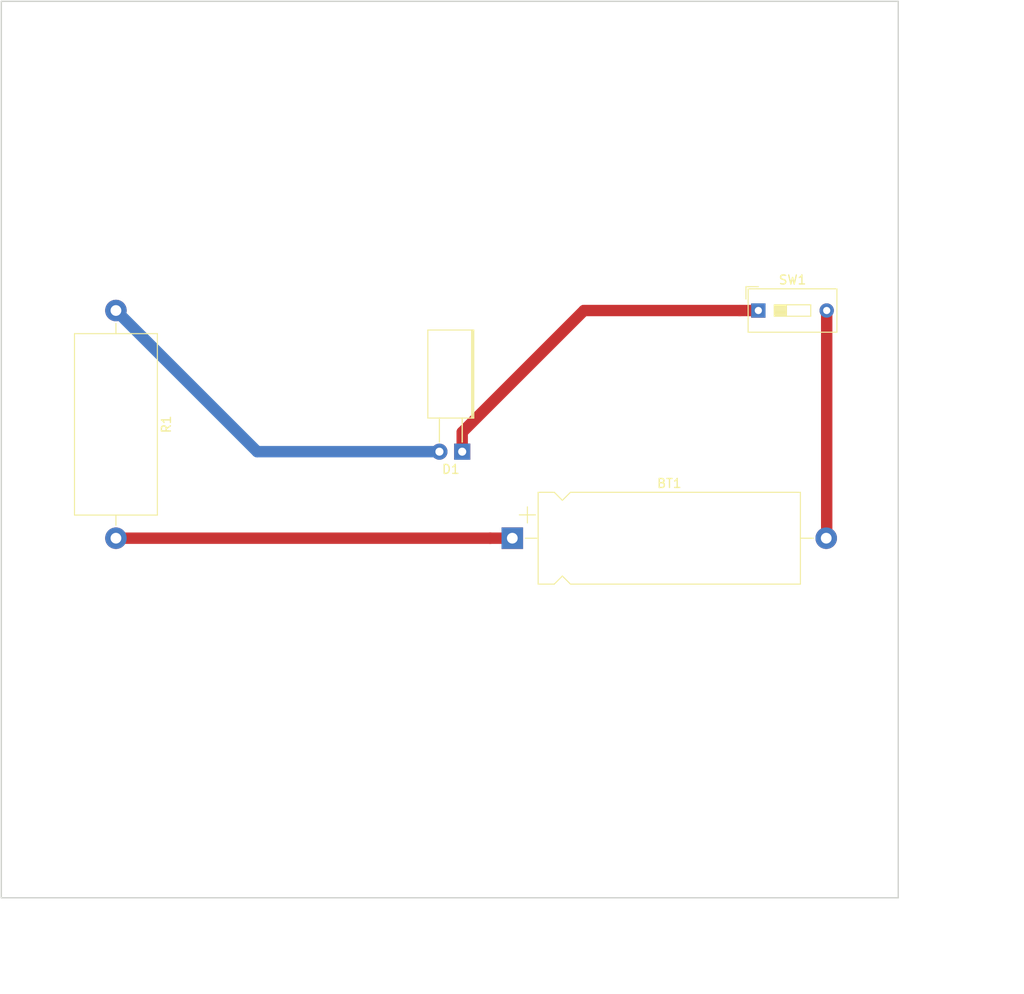
<source format=kicad_pcb>
(kicad_pcb (version 20171130) (host pcbnew 5.0.0+dfsg1-2)

  (general
    (thickness 1.6)
    (drawings 6)
    (tracks 10)
    (zones 0)
    (modules 4)
    (nets 5)
  )

  (page A4)
  (layers
    (0 F.Cu signal)
    (31 B.Cu signal)
    (32 B.Adhes user)
    (33 F.Adhes user)
    (34 B.Paste user)
    (35 F.Paste user)
    (36 B.SilkS user)
    (37 F.SilkS user)
    (38 B.Mask user)
    (39 F.Mask user)
    (40 Dwgs.User user)
    (41 Cmts.User user)
    (42 Eco1.User user)
    (43 Eco2.User user)
    (44 Edge.Cuts user)
    (45 Margin user)
    (46 B.CrtYd user)
    (47 F.CrtYd user)
    (48 B.Fab user)
    (49 F.Fab user)
  )

  (setup
    (last_trace_width 1.27)
    (user_trace_width 1.016)
    (user_trace_width 1.27)
    (trace_clearance 0.2)
    (zone_clearance 0.508)
    (zone_45_only no)
    (trace_min 0.2)
    (segment_width 0.2)
    (edge_width 0.15)
    (via_size 0.8)
    (via_drill 0.4)
    (via_min_size 0.4)
    (via_min_drill 0.3)
    (uvia_size 0.3)
    (uvia_drill 0.1)
    (uvias_allowed no)
    (uvia_min_size 0.2)
    (uvia_min_drill 0.1)
    (pcb_text_width 0.3)
    (pcb_text_size 1.5 1.5)
    (mod_edge_width 0.15)
    (mod_text_size 1 1)
    (mod_text_width 0.15)
    (pad_size 1.524 1.524)
    (pad_drill 0.762)
    (pad_to_mask_clearance 0.2)
    (aux_axis_origin 0 0)
    (visible_elements FFFFFF7F)
    (pcbplotparams
      (layerselection 0x010f0_ffffffff)
      (usegerberextensions false)
      (usegerberattributes false)
      (usegerberadvancedattributes false)
      (creategerberjobfile false)
      (excludeedgelayer true)
      (linewidth 0.100000)
      (plotframeref false)
      (viasonmask false)
      (mode 1)
      (useauxorigin false)
      (hpglpennumber 1)
      (hpglpenspeed 20)
      (hpglpendiameter 15.000000)
      (psnegative false)
      (psa4output false)
      (plotreference true)
      (plotvalue true)
      (plotinvisibletext false)
      (padsonsilk false)
      (subtractmaskfromsilk false)
      (outputformat 1)
      (mirror false)
      (drillshape 0)
      (scaleselection 1)
      (outputdirectory "TEST2/"))
  )

  (net 0 "")
  (net 1 "Net-(BT1-Pad1)")
  (net 2 "Net-(BT1-Pad2)")
  (net 3 "Net-(D1-Pad1)")
  (net 4 "Net-(D1-Pad2)")

  (net_class Default "これはデフォルトのネット クラスです。"
    (clearance 0.2)
    (trace_width 0.25)
    (via_dia 0.8)
    (via_drill 0.4)
    (uvia_dia 0.3)
    (uvia_drill 0.1)
    (add_net "Net-(BT1-Pad1)")
    (add_net "Net-(BT1-Pad2)")
    (add_net "Net-(D1-Pad1)")
    (add_net "Net-(D1-Pad2)")
  )

  (module Capacitor_THT:CP_Axial_L29.0mm_D10.0mm_P35.00mm_Horizontal (layer F.Cu) (tedit 5AE50EF2) (tstamp 5C37A6EB)
    (at 156.972 109.888)
    (descr "CP, Axial series, Axial, Horizontal, pin pitch=35mm, , length*diameter=29*10mm^2, Electrolytic Capacitor, , http://www.kemet.com/Lists/ProductCatalog/Attachments/424/KEM_AC102.pdf")
    (tags "CP Axial series Axial Horizontal pin pitch 35mm  length 29mm diameter 10mm Electrolytic Capacitor")
    (path /5C2B6A04)
    (fp_text reference BT1 (at 17.5 -6.12) (layer F.SilkS)
      (effects (font (size 1 1) (thickness 0.15)))
    )
    (fp_text value Battery (at 17.5 6.12) (layer F.Fab)
      (effects (font (size 1 1) (thickness 0.15)))
    )
    (fp_line (start 3 -5) (end 3 5) (layer F.Fab) (width 0.1))
    (fp_line (start 32 -5) (end 32 5) (layer F.Fab) (width 0.1))
    (fp_line (start 3 -5) (end 4.68 -5) (layer F.Fab) (width 0.1))
    (fp_line (start 4.68 -5) (end 5.58 -4.1) (layer F.Fab) (width 0.1))
    (fp_line (start 5.58 -4.1) (end 6.48 -5) (layer F.Fab) (width 0.1))
    (fp_line (start 6.48 -5) (end 32 -5) (layer F.Fab) (width 0.1))
    (fp_line (start 3 5) (end 4.68 5) (layer F.Fab) (width 0.1))
    (fp_line (start 4.68 5) (end 5.58 4.1) (layer F.Fab) (width 0.1))
    (fp_line (start 5.58 4.1) (end 6.48 5) (layer F.Fab) (width 0.1))
    (fp_line (start 6.48 5) (end 32 5) (layer F.Fab) (width 0.1))
    (fp_line (start 0 0) (end 3 0) (layer F.Fab) (width 0.1))
    (fp_line (start 35 0) (end 32 0) (layer F.Fab) (width 0.1))
    (fp_line (start 4.7 0) (end 6.5 0) (layer F.Fab) (width 0.1))
    (fp_line (start 5.6 -0.9) (end 5.6 0.9) (layer F.Fab) (width 0.1))
    (fp_line (start 0.78 -2.6) (end 2.58 -2.6) (layer F.SilkS) (width 0.12))
    (fp_line (start 1.68 -3.5) (end 1.68 -1.7) (layer F.SilkS) (width 0.12))
    (fp_line (start 2.88 -5.12) (end 2.88 5.12) (layer F.SilkS) (width 0.12))
    (fp_line (start 32.12 -5.12) (end 32.12 5.12) (layer F.SilkS) (width 0.12))
    (fp_line (start 2.88 -5.12) (end 4.68 -5.12) (layer F.SilkS) (width 0.12))
    (fp_line (start 4.68 -5.12) (end 5.58 -4.22) (layer F.SilkS) (width 0.12))
    (fp_line (start 5.58 -4.22) (end 6.48 -5.12) (layer F.SilkS) (width 0.12))
    (fp_line (start 6.48 -5.12) (end 32.12 -5.12) (layer F.SilkS) (width 0.12))
    (fp_line (start 2.88 5.12) (end 4.68 5.12) (layer F.SilkS) (width 0.12))
    (fp_line (start 4.68 5.12) (end 5.58 4.22) (layer F.SilkS) (width 0.12))
    (fp_line (start 5.58 4.22) (end 6.48 5.12) (layer F.SilkS) (width 0.12))
    (fp_line (start 6.48 5.12) (end 32.12 5.12) (layer F.SilkS) (width 0.12))
    (fp_line (start 1.44 0) (end 2.88 0) (layer F.SilkS) (width 0.12))
    (fp_line (start 33.56 0) (end 32.12 0) (layer F.SilkS) (width 0.12))
    (fp_line (start -1.45 -5.25) (end -1.45 5.25) (layer F.CrtYd) (width 0.05))
    (fp_line (start -1.45 5.25) (end 36.45 5.25) (layer F.CrtYd) (width 0.05))
    (fp_line (start 36.45 5.25) (end 36.45 -5.25) (layer F.CrtYd) (width 0.05))
    (fp_line (start 36.45 -5.25) (end -1.45 -5.25) (layer F.CrtYd) (width 0.05))
    (fp_text user %R (at 17.5 0) (layer F.Fab)
      (effects (font (size 1 1) (thickness 0.15)))
    )
    (pad 1 thru_hole rect (at 0 0) (size 2.4 2.4) (drill 1.2) (layers *.Cu *.Mask)
      (net 1 "Net-(BT1-Pad1)"))
    (pad 2 thru_hole oval (at 35 0) (size 2.4 2.4) (drill 1.2) (layers *.Cu *.Mask)
      (net 2 "Net-(BT1-Pad2)"))
    (model ${KISYS3DMOD}/Capacitor_THT.3dshapes/CP_Axial_L29.0mm_D10.0mm_P35.00mm_Horizontal.wrl
      (at (xyz 0 0 0))
      (scale (xyz 1 1 1))
      (rotate (xyz 0 0 0))
    )
  )

  (module LED_THT:LED_Rectangular_W5.0mm_H2.0mm_Horizontal_O3.81mm_Z5.0mm (layer F.Cu) (tedit 5880A863) (tstamp 5C37A70F)
    (at 151.384 100.236 180)
    (descr "LED_Rectangular, Rectangular,  Rectangular size 5.0x2.0mm^2 z-position of LED center 1.0mm, 2 pins,  Rectangular size 5.0x2.0mm^2 z-position of LED center 1.0mm, 2 pins,  Rectangular size 5.0x2.0mm^2 z-position of LED center 1.0mm, 2 pins,  Rectangular size 5.0x2.0mm^2 z-position of LED center 3.0mm, 2 pins,  Rectangular size 5.0x2.0mm^2 z-position of LED center 3.0mm, 2 pins,  Rectangular size 5.0x2.0mm^2 z-position of LED center 3.0mm, 2 pins,  Rectangular size 5.0x2.0mm^2 z-position of LED center 5.0mm, 2 pins,  Rectangular size 5.0x2.0mm^2 z-position of LED center 5.0mm, 2 pins")
    (tags "LED_Rectangular Rectangular  Rectangular size 5.0x2.0mm^2 z-position of LED center 1.0mm 2 pins  Rectangular size 5.0x2.0mm^2 z-position of LED center 1.0mm 2 pins  Rectangular size 5.0x2.0mm^2 z-position of LED center 1.0mm 2 pins  Rectangular size 5.0x2.0mm^2 z-position of LED center 3.0mm 2 pins  Rectangular size 5.0x2.0mm^2 z-position of LED center 3.0mm 2 pins  Rectangular size 5.0x2.0mm^2 z-position of LED center 3.0mm 2 pins  Rectangular size 5.0x2.0mm^2 z-position of LED center 5.0mm 2 pins  Rectangular size 5.0x2.0mm^2 z-position of LED center 5.0mm 2 pins")
    (path /5C2B6854)
    (fp_text reference D1 (at 1.27 -1.96 180) (layer F.SilkS)
      (effects (font (size 1 1) (thickness 0.15)))
    )
    (fp_text value LED (at 1.27 14.57 180) (layer F.Fab)
      (effects (font (size 1 1) (thickness 0.15)))
    )
    (fp_line (start -1.23 3.81) (end -1.23 13.51) (layer F.Fab) (width 0.1))
    (fp_line (start -1.23 13.51) (end 3.77 13.51) (layer F.Fab) (width 0.1))
    (fp_line (start 3.77 13.51) (end 3.77 3.81) (layer F.Fab) (width 0.1))
    (fp_line (start 3.77 3.81) (end -1.23 3.81) (layer F.Fab) (width 0.1))
    (fp_line (start 0 0) (end 0 3.81) (layer F.Fab) (width 0.1))
    (fp_line (start 0 3.81) (end 0 3.81) (layer F.Fab) (width 0.1))
    (fp_line (start 0 3.81) (end 0 0) (layer F.Fab) (width 0.1))
    (fp_line (start 0 0) (end 0 0) (layer F.Fab) (width 0.1))
    (fp_line (start 2.54 0) (end 2.54 3.81) (layer F.Fab) (width 0.1))
    (fp_line (start 2.54 3.81) (end 2.54 3.81) (layer F.Fab) (width 0.1))
    (fp_line (start 2.54 3.81) (end 2.54 0) (layer F.Fab) (width 0.1))
    (fp_line (start 2.54 0) (end 2.54 0) (layer F.Fab) (width 0.1))
    (fp_line (start -1.29 3.75) (end -1.29 13.57) (layer F.SilkS) (width 0.12))
    (fp_line (start -1.29 13.57) (end 3.83 13.57) (layer F.SilkS) (width 0.12))
    (fp_line (start 3.83 13.57) (end 3.83 3.75) (layer F.SilkS) (width 0.12))
    (fp_line (start 3.83 3.75) (end -1.29 3.75) (layer F.SilkS) (width 0.12))
    (fp_line (start -1.17 3.75) (end -1.17 13.57) (layer F.SilkS) (width 0.12))
    (fp_line (start -1.05 3.75) (end -1.05 13.57) (layer F.SilkS) (width 0.12))
    (fp_line (start 0 1.08) (end 0 3.75) (layer F.SilkS) (width 0.12))
    (fp_line (start 0 3.75) (end 0 3.75) (layer F.SilkS) (width 0.12))
    (fp_line (start 0 3.75) (end 0 1.08) (layer F.SilkS) (width 0.12))
    (fp_line (start 0 1.08) (end 0 1.08) (layer F.SilkS) (width 0.12))
    (fp_line (start 2.54 1.08) (end 2.54 3.75) (layer F.SilkS) (width 0.12))
    (fp_line (start 2.54 3.75) (end 2.54 3.75) (layer F.SilkS) (width 0.12))
    (fp_line (start 2.54 3.75) (end 2.54 1.08) (layer F.SilkS) (width 0.12))
    (fp_line (start 2.54 1.08) (end 2.54 1.08) (layer F.SilkS) (width 0.12))
    (fp_line (start -1.55 -1.25) (end -1.55 13.85) (layer F.CrtYd) (width 0.05))
    (fp_line (start -1.55 13.85) (end 4.1 13.85) (layer F.CrtYd) (width 0.05))
    (fp_line (start 4.1 13.85) (end 4.1 -1.25) (layer F.CrtYd) (width 0.05))
    (fp_line (start 4.1 -1.25) (end -1.55 -1.25) (layer F.CrtYd) (width 0.05))
    (pad 1 thru_hole rect (at 0 0 180) (size 1.8 1.8) (drill 0.9) (layers *.Cu *.Mask)
      (net 3 "Net-(D1-Pad1)"))
    (pad 2 thru_hole circle (at 2.54 0 180) (size 1.8 1.8) (drill 0.9) (layers *.Cu *.Mask)
      (net 4 "Net-(D1-Pad2)"))
    (model ${KISYS3DMOD}/LED_THT.3dshapes/LED_Rectangular_W5.0mm_H2.0mm_Horizontal_O3.81mm_Z5.0mm.wrl
      (at (xyz 0 0 0))
      (scale (xyz 1 1 1))
      (rotate (xyz 0 0 0))
    )
  )

  (module Resistor_THT:R_Axial_DIN0922_L20.0mm_D9.0mm_P25.40mm_Horizontal (layer F.Cu) (tedit 5AE5139B) (tstamp 5C37A726)
    (at 112.776 84.488 270)
    (descr "Resistor, Axial_DIN0922 series, Axial, Horizontal, pin pitch=25.4mm, 5W, length*diameter=20*9mm^2, http://www.vishay.com/docs/20128/wkxwrx.pdf")
    (tags "Resistor Axial_DIN0922 series Axial Horizontal pin pitch 25.4mm 5W length 20mm diameter 9mm")
    (path /5C2B6955)
    (fp_text reference R1 (at 12.7 -5.62 270) (layer F.SilkS)
      (effects (font (size 1 1) (thickness 0.15)))
    )
    (fp_text value 330Ω (at 12.7 5.62 270) (layer F.Fab)
      (effects (font (size 1 1) (thickness 0.15)))
    )
    (fp_line (start 2.7 -4.5) (end 2.7 4.5) (layer F.Fab) (width 0.1))
    (fp_line (start 2.7 4.5) (end 22.7 4.5) (layer F.Fab) (width 0.1))
    (fp_line (start 22.7 4.5) (end 22.7 -4.5) (layer F.Fab) (width 0.1))
    (fp_line (start 22.7 -4.5) (end 2.7 -4.5) (layer F.Fab) (width 0.1))
    (fp_line (start 0 0) (end 2.7 0) (layer F.Fab) (width 0.1))
    (fp_line (start 25.4 0) (end 22.7 0) (layer F.Fab) (width 0.1))
    (fp_line (start 2.58 -4.62) (end 2.58 4.62) (layer F.SilkS) (width 0.12))
    (fp_line (start 2.58 4.62) (end 22.82 4.62) (layer F.SilkS) (width 0.12))
    (fp_line (start 22.82 4.62) (end 22.82 -4.62) (layer F.SilkS) (width 0.12))
    (fp_line (start 22.82 -4.62) (end 2.58 -4.62) (layer F.SilkS) (width 0.12))
    (fp_line (start 1.44 0) (end 2.58 0) (layer F.SilkS) (width 0.12))
    (fp_line (start 23.96 0) (end 22.82 0) (layer F.SilkS) (width 0.12))
    (fp_line (start -1.45 -4.75) (end -1.45 4.75) (layer F.CrtYd) (width 0.05))
    (fp_line (start -1.45 4.75) (end 26.85 4.75) (layer F.CrtYd) (width 0.05))
    (fp_line (start 26.85 4.75) (end 26.85 -4.75) (layer F.CrtYd) (width 0.05))
    (fp_line (start 26.85 -4.75) (end -1.45 -4.75) (layer F.CrtYd) (width 0.05))
    (fp_text user %R (at 12.7 1.184999 270) (layer F.Fab)
      (effects (font (size 1 1) (thickness 0.15)))
    )
    (pad 1 thru_hole circle (at 0 0 270) (size 2.4 2.4) (drill 1.2) (layers *.Cu *.Mask)
      (net 4 "Net-(D1-Pad2)"))
    (pad 2 thru_hole oval (at 25.4 0 270) (size 2.4 2.4) (drill 1.2) (layers *.Cu *.Mask)
      (net 1 "Net-(BT1-Pad1)"))
    (model ${KISYS3DMOD}/Resistor_THT.3dshapes/R_Axial_DIN0922_L20.0mm_D9.0mm_P25.40mm_Horizontal.wrl
      (at (xyz 0 0 0))
      (scale (xyz 1 1 1))
      (rotate (xyz 0 0 0))
    )
  )

  (module Button_Switch_THT:SW_DIP_SPSTx01_Slide_9.78x4.72mm_W7.62mm_P2.54mm (layer F.Cu) (tedit 5A4E1404) (tstamp 5C37A75D)
    (at 184.404 84.488)
    (descr "1x-dip-switch SPST , Slide, row spacing 7.62 mm (300 mils), body size 9.78x4.72mm (see e.g. https://www.ctscorp.com/wp-content/uploads/206-208.pdf)")
    (tags "DIP Switch SPST Slide 7.62mm 300mil")
    (path /5C2B6912)
    (fp_text reference SW1 (at 3.81 -3.42) (layer F.SilkS)
      (effects (font (size 1 1) (thickness 0.15)))
    )
    (fp_text value SW_Push (at 3.81 3.42) (layer F.Fab)
      (effects (font (size 1 1) (thickness 0.15)))
    )
    (fp_line (start -0.08 -2.36) (end 8.7 -2.36) (layer F.Fab) (width 0.1))
    (fp_line (start 8.7 -2.36) (end 8.7 2.36) (layer F.Fab) (width 0.1))
    (fp_line (start 8.7 2.36) (end -1.08 2.36) (layer F.Fab) (width 0.1))
    (fp_line (start -1.08 2.36) (end -1.08 -1.36) (layer F.Fab) (width 0.1))
    (fp_line (start -1.08 -1.36) (end -0.08 -2.36) (layer F.Fab) (width 0.1))
    (fp_line (start 1.78 -0.635) (end 1.78 0.635) (layer F.Fab) (width 0.1))
    (fp_line (start 1.78 0.635) (end 5.84 0.635) (layer F.Fab) (width 0.1))
    (fp_line (start 5.84 0.635) (end 5.84 -0.635) (layer F.Fab) (width 0.1))
    (fp_line (start 5.84 -0.635) (end 1.78 -0.635) (layer F.Fab) (width 0.1))
    (fp_line (start 1.78 -0.535) (end 3.133333 -0.535) (layer F.Fab) (width 0.1))
    (fp_line (start 1.78 -0.435) (end 3.133333 -0.435) (layer F.Fab) (width 0.1))
    (fp_line (start 1.78 -0.335) (end 3.133333 -0.335) (layer F.Fab) (width 0.1))
    (fp_line (start 1.78 -0.235) (end 3.133333 -0.235) (layer F.Fab) (width 0.1))
    (fp_line (start 1.78 -0.135) (end 3.133333 -0.135) (layer F.Fab) (width 0.1))
    (fp_line (start 1.78 -0.035) (end 3.133333 -0.035) (layer F.Fab) (width 0.1))
    (fp_line (start 1.78 0.065) (end 3.133333 0.065) (layer F.Fab) (width 0.1))
    (fp_line (start 1.78 0.165) (end 3.133333 0.165) (layer F.Fab) (width 0.1))
    (fp_line (start 1.78 0.265) (end 3.133333 0.265) (layer F.Fab) (width 0.1))
    (fp_line (start 1.78 0.365) (end 3.133333 0.365) (layer F.Fab) (width 0.1))
    (fp_line (start 1.78 0.465) (end 3.133333 0.465) (layer F.Fab) (width 0.1))
    (fp_line (start 1.78 0.565) (end 3.133333 0.565) (layer F.Fab) (width 0.1))
    (fp_line (start 3.133333 -0.635) (end 3.133333 0.635) (layer F.Fab) (width 0.1))
    (fp_line (start -1.14 -2.42) (end 8.76 -2.42) (layer F.SilkS) (width 0.12))
    (fp_line (start -1.14 2.42) (end 8.76 2.42) (layer F.SilkS) (width 0.12))
    (fp_line (start -1.14 -2.42) (end -1.14 2.42) (layer F.SilkS) (width 0.12))
    (fp_line (start 8.76 -2.42) (end 8.76 2.42) (layer F.SilkS) (width 0.12))
    (fp_line (start -1.38 -2.66) (end 0.004 -2.66) (layer F.SilkS) (width 0.12))
    (fp_line (start -1.38 -2.66) (end -1.38 -1.277) (layer F.SilkS) (width 0.12))
    (fp_line (start 1.78 -0.635) (end 1.78 0.635) (layer F.SilkS) (width 0.12))
    (fp_line (start 1.78 0.635) (end 5.84 0.635) (layer F.SilkS) (width 0.12))
    (fp_line (start 5.84 0.635) (end 5.84 -0.635) (layer F.SilkS) (width 0.12))
    (fp_line (start 5.84 -0.635) (end 1.78 -0.635) (layer F.SilkS) (width 0.12))
    (fp_line (start 1.78 -0.515) (end 3.133333 -0.515) (layer F.SilkS) (width 0.12))
    (fp_line (start 1.78 -0.395) (end 3.133333 -0.395) (layer F.SilkS) (width 0.12))
    (fp_line (start 1.78 -0.275) (end 3.133333 -0.275) (layer F.SilkS) (width 0.12))
    (fp_line (start 1.78 -0.155) (end 3.133333 -0.155) (layer F.SilkS) (width 0.12))
    (fp_line (start 1.78 -0.035) (end 3.133333 -0.035) (layer F.SilkS) (width 0.12))
    (fp_line (start 1.78 0.085) (end 3.133333 0.085) (layer F.SilkS) (width 0.12))
    (fp_line (start 1.78 0.205) (end 3.133333 0.205) (layer F.SilkS) (width 0.12))
    (fp_line (start 1.78 0.325) (end 3.133333 0.325) (layer F.SilkS) (width 0.12))
    (fp_line (start 1.78 0.445) (end 3.133333 0.445) (layer F.SilkS) (width 0.12))
    (fp_line (start 1.78 0.565) (end 3.133333 0.565) (layer F.SilkS) (width 0.12))
    (fp_line (start 3.133333 -0.635) (end 3.133333 0.635) (layer F.SilkS) (width 0.12))
    (fp_line (start -1.35 -2.7) (end -1.35 2.7) (layer F.CrtYd) (width 0.05))
    (fp_line (start -1.35 2.7) (end 8.95 2.7) (layer F.CrtYd) (width 0.05))
    (fp_line (start 8.95 2.7) (end 8.95 -2.7) (layer F.CrtYd) (width 0.05))
    (fp_line (start 8.95 -2.7) (end -1.35 -2.7) (layer F.CrtYd) (width 0.05))
    (fp_text user %R (at 7.27 0 90) (layer F.Fab)
      (effects (font (size 0.6 0.6) (thickness 0.09)))
    )
    (fp_text user on (at 5.365 -1.4975) (layer F.Fab)
      (effects (font (size 0.6 0.6) (thickness 0.09)))
    )
    (pad 1 thru_hole rect (at 0 0) (size 1.6 1.6) (drill 0.8) (layers *.Cu *.Mask)
      (net 3 "Net-(D1-Pad1)"))
    (pad 2 thru_hole oval (at 7.62 0) (size 1.6 1.6) (drill 0.8) (layers *.Cu *.Mask)
      (net 2 "Net-(BT1-Pad2)"))
    (model ${KISYS3DMOD}/Button_Switch_THT.3dshapes/SW_DIP_SPSTx01_Slide_9.78x4.72mm_W7.62mm_P2.54mm.wrl
      (at (xyz 0 0 0))
      (scale (xyz 1 1 1))
      (rotate (xyz 0 0 90))
    )
  )

  (dimension 100 (width 0.3) (layer Eco1.User)
    (gr_text "100.000 mm" (at 212.1 100 90) (layer Eco1.User)
      (effects (font (size 1.5 1.5) (thickness 0.3)))
    )
    (feature1 (pts (xy 200 50) (xy 210.586421 50)))
    (feature2 (pts (xy 200 150) (xy 210.586421 150)))
    (crossbar (pts (xy 210 150) (xy 210 50)))
    (arrow1a (pts (xy 210 50) (xy 210.586421 51.126504)))
    (arrow1b (pts (xy 210 50) (xy 209.413579 51.126504)))
    (arrow2a (pts (xy 210 150) (xy 210.586421 148.873496)))
    (arrow2b (pts (xy 210 150) (xy 209.413579 148.873496)))
  )
  (dimension 100 (width 0.3) (layer Eco1.User)
    (gr_text "100.000 mm" (at 150 162.1) (layer Eco1.User)
      (effects (font (size 1.5 1.5) (thickness 0.3)))
    )
    (feature1 (pts (xy 200 150) (xy 200 160.586421)))
    (feature2 (pts (xy 100 150) (xy 100 160.586421)))
    (crossbar (pts (xy 100 160) (xy 200 160)))
    (arrow1a (pts (xy 200 160) (xy 198.873496 160.586421)))
    (arrow1b (pts (xy 200 160) (xy 198.873496 159.413579)))
    (arrow2a (pts (xy 100 160) (xy 101.126504 160.586421)))
    (arrow2b (pts (xy 100 160) (xy 101.126504 159.413579)))
  )
  (gr_line (start 100 50) (end 100 150) (layer Edge.Cuts) (width 0.15))
  (gr_line (start 200 50) (end 100 50) (layer Edge.Cuts) (width 0.15))
  (gr_line (start 200 150) (end 200 50) (layer Edge.Cuts) (width 0.15))
  (gr_line (start 100 150) (end 200 150) (layer Edge.Cuts) (width 0.15))

  (segment (start 154.502 109.888) (end 112.776 109.888) (width 1.27) (layer F.Cu) (net 1))
  (segment (start 156.972 109.888) (end 154.502 109.888) (width 1.27) (layer F.Cu) (net 1))
  (segment (start 192.024 109.836) (end 191.972 109.888) (width 1.27) (layer F.Cu) (net 2))
  (segment (start 192.024 84.488) (end 192.024 109.836) (width 1.27) (layer F.Cu) (net 2))
  (segment (start 164.962 84.488) (end 182.334 84.488) (width 1.27) (layer F.Cu) (net 3))
  (segment (start 182.334 84.488) (end 184.404 84.488) (width 1.27) (layer F.Cu) (net 3))
  (segment (start 151.384 98.066) (end 164.962 84.488) (width 1.27) (layer F.Cu) (net 3))
  (segment (start 151.384 100.236) (end 151.384 98.066) (width 1.27) (layer F.Cu) (net 3))
  (segment (start 128.524 100.236) (end 148.844 100.236) (width 1.27) (layer B.Cu) (net 4))
  (segment (start 112.776 84.488) (end 128.524 100.236) (width 1.27) (layer B.Cu) (net 4))

)

</source>
